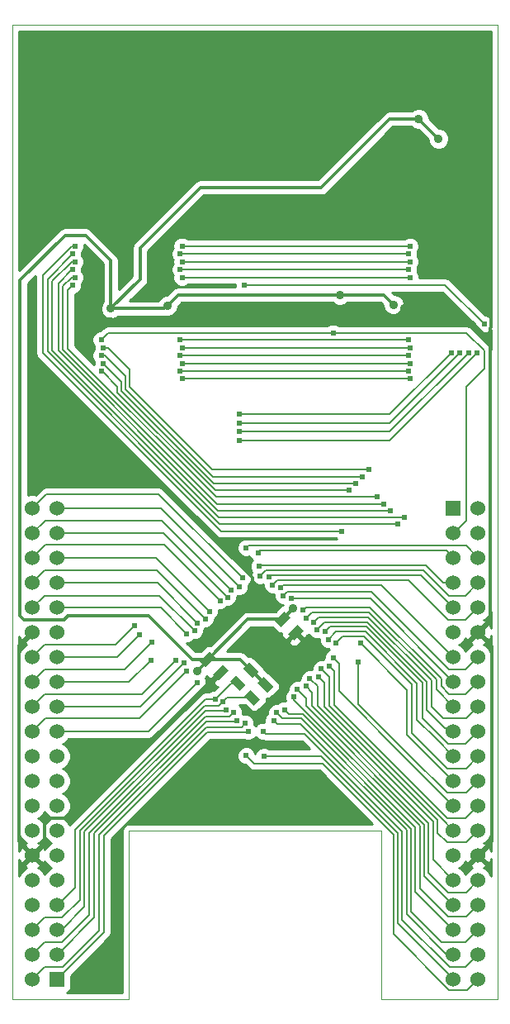
<source format=gbl>
G04 (created by PCBNEW (25-Oct-2014 BZR 4029)-stable) date Fri 12 Jun 2015 01:26:50 JST*
%MOIN*%
G04 Gerber Fmt 3.4, Leading zero omitted, Abs format*
%FSLAX34Y34*%
G01*
G70*
G90*
G04 APERTURE LIST*
%ADD10C,0.00590551*%
%ADD11C,0.00393701*%
%ADD12R,0.06X0.06*%
%ADD13C,0.06*%
%ADD14C,0.035*%
%ADD15C,0.0240157*%
%ADD16C,0.0137795*%
%ADD17C,0.0080315*%
%ADD18C,0.0393701*%
%ADD19C,0.01*%
G04 APERTURE END LIST*
G54D10*
G54D11*
X30600Y-11700D02*
X50200Y-11700D01*
X30600Y-51000D02*
X35300Y-51000D01*
X45500Y-51000D02*
X50200Y-51000D01*
X35300Y-44200D02*
X45500Y-44200D01*
X35300Y-44200D02*
X35300Y-51000D01*
X45500Y-44200D02*
X45500Y-51000D01*
X30600Y-51000D02*
X30600Y-11700D01*
X50200Y-51000D02*
X50200Y-11700D01*
G54D12*
X48400Y-31200D03*
G54D13*
X49400Y-31200D03*
X48400Y-36200D03*
X49400Y-32200D03*
X48400Y-37200D03*
X49400Y-33200D03*
X48400Y-38200D03*
X49400Y-34200D03*
X48400Y-39200D03*
X49400Y-35200D03*
X48400Y-40200D03*
X49400Y-36200D03*
X48400Y-41200D03*
X49400Y-37200D03*
X48400Y-42200D03*
X49400Y-38200D03*
X48400Y-43200D03*
X49400Y-39200D03*
X48400Y-44200D03*
X49400Y-40200D03*
X48400Y-45200D03*
X49400Y-41200D03*
X48400Y-46200D03*
X49400Y-42200D03*
X49400Y-43200D03*
X48400Y-47200D03*
X49400Y-44200D03*
X49400Y-46200D03*
X49400Y-47200D03*
X49400Y-48200D03*
X49400Y-49200D03*
X48400Y-48200D03*
X48400Y-49200D03*
X48400Y-32200D03*
X48400Y-33200D03*
X48400Y-34200D03*
X48400Y-35200D03*
X48400Y-50200D03*
X49400Y-50200D03*
X49400Y-45200D03*
G54D12*
X32400Y-50200D03*
G54D13*
X31400Y-50200D03*
X32400Y-45200D03*
X31400Y-49200D03*
X32400Y-44200D03*
X31400Y-48200D03*
X32400Y-43200D03*
X31400Y-47200D03*
X32400Y-42200D03*
X31400Y-46200D03*
X32400Y-41200D03*
X31400Y-45200D03*
X32400Y-40200D03*
X31400Y-44200D03*
X32400Y-39200D03*
X31400Y-43200D03*
X32400Y-38200D03*
X31400Y-42200D03*
X32400Y-37200D03*
X31400Y-41200D03*
X32400Y-36200D03*
X31400Y-40200D03*
X32400Y-35200D03*
X31400Y-39200D03*
X31400Y-38200D03*
X32400Y-34200D03*
X31400Y-37200D03*
X31400Y-35200D03*
X31400Y-34200D03*
X31400Y-33200D03*
X31400Y-32200D03*
X32400Y-33200D03*
X32400Y-32200D03*
X32400Y-49200D03*
X32400Y-48200D03*
X32400Y-47200D03*
X32400Y-46200D03*
X32400Y-31200D03*
X31400Y-31200D03*
X31400Y-36200D03*
G54D10*
G36*
X38156Y-37364D02*
X38545Y-36975D01*
X38793Y-37223D01*
X38404Y-37612D01*
X38156Y-37364D01*
X38156Y-37364D01*
G37*
G36*
X38687Y-37894D02*
X39076Y-37506D01*
X39323Y-37753D01*
X38934Y-38142D01*
X38687Y-37894D01*
X38687Y-37894D01*
G37*
G36*
X41188Y-35750D02*
X41577Y-35361D01*
X41824Y-35609D01*
X41435Y-35997D01*
X41188Y-35750D01*
X41188Y-35750D01*
G37*
G36*
X41718Y-36280D02*
X42107Y-35891D01*
X42355Y-36139D01*
X41966Y-36528D01*
X41718Y-36280D01*
X41718Y-36280D01*
G37*
G36*
X40155Y-37408D02*
X40543Y-37797D01*
X40296Y-38045D01*
X39907Y-37656D01*
X40155Y-37408D01*
X40155Y-37408D01*
G37*
G36*
X39624Y-37939D02*
X40013Y-38328D01*
X39766Y-38575D01*
X39377Y-38186D01*
X39624Y-37939D01*
X39624Y-37939D01*
G37*
G36*
X40745Y-37999D02*
X41134Y-38388D01*
X40887Y-38635D01*
X40498Y-38246D01*
X40745Y-37999D01*
X40745Y-37999D01*
G37*
G36*
X40215Y-38529D02*
X40604Y-38918D01*
X40356Y-39166D01*
X39967Y-38777D01*
X40215Y-38529D01*
X40215Y-38529D01*
G37*
G54D14*
X45984Y-22992D03*
X43818Y-22598D03*
X36850Y-23031D03*
X34566Y-23149D03*
X41929Y-35236D03*
X47000Y-15500D03*
X47800Y-16300D03*
X38070Y-37755D03*
G54D15*
X35511Y-35944D03*
X39212Y-39330D03*
X39527Y-39448D03*
X37519Y-37440D03*
X37637Y-37755D03*
X38779Y-38897D03*
X40118Y-40196D03*
X40000Y-39881D03*
X39645Y-39763D03*
X36220Y-36614D03*
X39094Y-39015D03*
X35708Y-36299D03*
X46653Y-25984D03*
X37440Y-25984D03*
X41141Y-39763D03*
X46653Y-20629D03*
X37440Y-20629D03*
X43385Y-37559D03*
X46141Y-31850D03*
X33031Y-20944D03*
X43543Y-37244D03*
X33110Y-21259D03*
X46417Y-31574D03*
X44566Y-37401D03*
X33031Y-21574D03*
X45866Y-31299D03*
X44645Y-36653D03*
X45590Y-31023D03*
X33110Y-21889D03*
X43661Y-36653D03*
X45314Y-30748D03*
X33031Y-22204D03*
X43346Y-36496D03*
X45000Y-29645D03*
X34251Y-24724D03*
X43228Y-36181D03*
X44724Y-29921D03*
X34173Y-25039D03*
X42874Y-36102D03*
X44448Y-30196D03*
X34251Y-25354D03*
X42755Y-35787D03*
X44173Y-30472D03*
X34173Y-25669D03*
X42440Y-35629D03*
X46574Y-25669D03*
X37362Y-25669D03*
X41259Y-39448D03*
X33110Y-20629D03*
X43897Y-32125D03*
X42322Y-35314D03*
X41850Y-34842D03*
X41535Y-34724D03*
X41417Y-34409D03*
X41574Y-39330D03*
X37440Y-25354D03*
X46653Y-25354D03*
X41968Y-38818D03*
X46574Y-25039D03*
X37362Y-25039D03*
X42086Y-38503D03*
X37440Y-24724D03*
X46653Y-24724D03*
X46653Y-21889D03*
X37440Y-21889D03*
X42440Y-38385D03*
X37362Y-21574D03*
X42598Y-38070D03*
X46574Y-21574D03*
X46653Y-21259D03*
X37440Y-21259D03*
X42952Y-37992D03*
X46574Y-20944D03*
X37362Y-20944D03*
X43070Y-37677D03*
X38070Y-38228D03*
X37637Y-36259D03*
X37952Y-36141D03*
X40511Y-32992D03*
X49015Y-24921D03*
X39763Y-28110D03*
X49370Y-24921D03*
X39763Y-28464D03*
X40039Y-32795D03*
X40551Y-33543D03*
X40590Y-33937D03*
X40944Y-33976D03*
X41102Y-34291D03*
X38070Y-35826D03*
X38385Y-35669D03*
X38543Y-35354D03*
X38976Y-34921D03*
X39291Y-34803D03*
X39409Y-34488D03*
X48307Y-24921D03*
X39763Y-27401D03*
X39763Y-34370D03*
X48661Y-24921D03*
X39763Y-27755D03*
X39881Y-34015D03*
X37204Y-37322D03*
X40708Y-40196D03*
X40748Y-41220D03*
X40039Y-41181D03*
X36181Y-37322D03*
X46574Y-24409D03*
X37362Y-24409D03*
X49645Y-23779D03*
X39960Y-22204D03*
X43543Y-24133D03*
X34173Y-24409D03*
G54D14*
X39350Y-35728D03*
X32480Y-29212D03*
X34566Y-41811D03*
X43346Y-42952D03*
X37165Y-42913D03*
X46417Y-23149D03*
X42125Y-23503D03*
X38661Y-23149D03*
X34566Y-23661D03*
X49045Y-18769D03*
X46200Y-16456D03*
X41259Y-36988D03*
X38543Y-38188D03*
G54D16*
X35748Y-21968D02*
X35748Y-20708D01*
X45838Y-15500D02*
X47000Y-15500D01*
X43070Y-18267D02*
X45838Y-15500D01*
X38188Y-18267D02*
X43070Y-18267D01*
X35748Y-20708D02*
X38188Y-18267D01*
X43818Y-22598D02*
X37283Y-22598D01*
X37283Y-22598D02*
X36850Y-23031D01*
X34566Y-23149D02*
X36732Y-23149D01*
X36732Y-23149D02*
X36850Y-23031D01*
X34566Y-23149D02*
X34566Y-21220D01*
X32716Y-20196D02*
X30905Y-22007D01*
X33543Y-20196D02*
X32716Y-20196D01*
X34566Y-21220D02*
X33543Y-20196D01*
X45590Y-22598D02*
X43818Y-22598D01*
X45984Y-22992D02*
X45590Y-22598D01*
X35748Y-21968D02*
X34566Y-23149D01*
X38474Y-37293D02*
X37845Y-37293D01*
X37845Y-37293D02*
X36102Y-35551D01*
X36102Y-35551D02*
X32834Y-35551D01*
X32834Y-35551D02*
X32677Y-35708D01*
X32677Y-35708D02*
X31062Y-35708D01*
X31062Y-35708D02*
X30905Y-35551D01*
X30905Y-35551D02*
X30905Y-22007D01*
X38474Y-37293D02*
X39792Y-37293D01*
X39792Y-37293D02*
X40225Y-37726D01*
X41506Y-35679D02*
X40089Y-35679D01*
X40089Y-35679D02*
X38474Y-37293D01*
X40816Y-38317D02*
X40225Y-37726D01*
X41506Y-35679D02*
X41506Y-35658D01*
X41506Y-35658D02*
X41929Y-35236D01*
X38474Y-37293D02*
X38474Y-37351D01*
X38474Y-37351D02*
X38070Y-37755D01*
X47000Y-15500D02*
X47800Y-16300D01*
G54D17*
X35511Y-35944D02*
X34759Y-36696D01*
X34759Y-36696D02*
X31903Y-36696D01*
X31903Y-36696D02*
X31400Y-37200D01*
X32583Y-48200D02*
X32400Y-48200D01*
X33503Y-47279D02*
X32583Y-48200D01*
X33503Y-44251D02*
X33503Y-47279D01*
X38385Y-39370D02*
X33503Y-44251D01*
X39173Y-39370D02*
X38385Y-39370D01*
X39212Y-39330D02*
X39173Y-39370D01*
X31889Y-48710D02*
X31400Y-49200D01*
X32588Y-48710D02*
X31889Y-48710D01*
X33700Y-47598D02*
X32588Y-48710D01*
X33700Y-44287D02*
X33700Y-47598D01*
X38381Y-39606D02*
X33700Y-44287D01*
X39370Y-39606D02*
X38381Y-39606D01*
X39527Y-39448D02*
X39370Y-39606D01*
X35760Y-39200D02*
X32400Y-39200D01*
X37519Y-37440D02*
X35760Y-39200D01*
X37637Y-37755D02*
X35708Y-39685D01*
X35708Y-39685D02*
X31914Y-39685D01*
X31914Y-39685D02*
X31400Y-40200D01*
X39695Y-38257D02*
X39419Y-38257D01*
X39419Y-38257D02*
X38779Y-38897D01*
X32406Y-47200D02*
X32400Y-47200D01*
X33110Y-46496D02*
X32406Y-47200D01*
X33110Y-44181D02*
X33110Y-46496D01*
X38393Y-38897D02*
X33110Y-44181D01*
X38779Y-38897D02*
X38393Y-38897D01*
X34291Y-48308D02*
X32400Y-50200D01*
X34291Y-44409D02*
X34291Y-48308D01*
X38464Y-40236D02*
X34291Y-44409D01*
X40078Y-40236D02*
X38464Y-40236D01*
X40118Y-40196D02*
X40078Y-40236D01*
X31895Y-49704D02*
X31400Y-50200D01*
X32618Y-49704D02*
X31895Y-49704D01*
X34094Y-48228D02*
X32618Y-49704D01*
X34094Y-44370D02*
X34094Y-48228D01*
X38425Y-40039D02*
X34094Y-44370D01*
X39842Y-40039D02*
X38425Y-40039D01*
X40000Y-39881D02*
X39842Y-40039D01*
X32414Y-49200D02*
X32400Y-49200D01*
X33897Y-47716D02*
X32414Y-49200D01*
X33897Y-44320D02*
X33897Y-47716D01*
X38415Y-39803D02*
X33897Y-44320D01*
X39606Y-39803D02*
X38415Y-39803D01*
X39645Y-39763D02*
X39606Y-39803D01*
X31883Y-37716D02*
X31400Y-38200D01*
X35118Y-37716D02*
X31883Y-37716D01*
X36220Y-36614D02*
X35118Y-37716D01*
X40286Y-38847D02*
X39262Y-38847D01*
X39262Y-38847D02*
X39094Y-39015D01*
X31883Y-47716D02*
X31400Y-48200D01*
X32594Y-47716D02*
X31883Y-47716D01*
X33307Y-47003D02*
X32594Y-47716D01*
X33307Y-44220D02*
X33307Y-47003D01*
X38354Y-39173D02*
X33307Y-44220D01*
X38937Y-39173D02*
X38354Y-39173D01*
X39094Y-39015D02*
X38937Y-39173D01*
X32400Y-37200D02*
X34807Y-37200D01*
X34807Y-37200D02*
X35708Y-36299D01*
X37440Y-25984D02*
X46653Y-25984D01*
X48137Y-49200D02*
X48400Y-49200D01*
X46515Y-47578D02*
X48137Y-49200D01*
X46515Y-44183D02*
X46515Y-47578D01*
X42234Y-39901D02*
X46515Y-44183D01*
X41279Y-39901D02*
X42234Y-39901D01*
X41141Y-39763D02*
X41279Y-39901D01*
X37440Y-20629D02*
X46653Y-20629D01*
X43385Y-37559D02*
X43582Y-37755D01*
X43582Y-37755D02*
X43582Y-39133D01*
X43582Y-39133D02*
X48149Y-43700D01*
X48149Y-43700D02*
X48899Y-43700D01*
X48899Y-43700D02*
X49400Y-43200D01*
X38967Y-31850D02*
X38361Y-31244D01*
X38361Y-31235D02*
X38361Y-31244D01*
X46141Y-31850D02*
X38967Y-31850D01*
X32007Y-21968D02*
X32007Y-24881D01*
X33031Y-20944D02*
X32007Y-21968D01*
X32007Y-24881D02*
X38361Y-31235D01*
X46538Y-41338D02*
X48400Y-43200D01*
X46535Y-41338D02*
X46538Y-41338D01*
X43779Y-38582D02*
X46535Y-41338D01*
X43779Y-37480D02*
X43779Y-38582D01*
X43543Y-37244D02*
X43779Y-37480D01*
X46417Y-31574D02*
X38937Y-31574D01*
X38937Y-31574D02*
X32204Y-24842D01*
X33110Y-21259D02*
X32992Y-21259D01*
X32992Y-21259D02*
X32204Y-22047D01*
X32204Y-22047D02*
X32204Y-24842D01*
X48922Y-42677D02*
X49400Y-42200D01*
X44566Y-37401D02*
X44566Y-39103D01*
X44566Y-39103D02*
X46624Y-41161D01*
X46624Y-41161D02*
X46633Y-41161D01*
X46633Y-41161D02*
X48149Y-42677D01*
X48149Y-42677D02*
X48922Y-42677D01*
X48400Y-42200D02*
X48384Y-42200D01*
X48384Y-42200D02*
X46525Y-40341D01*
X45866Y-31299D02*
X38888Y-31299D01*
X37987Y-30398D02*
X37987Y-30389D01*
X38888Y-31299D02*
X37987Y-30398D01*
X33031Y-21574D02*
X32992Y-21574D01*
X32440Y-22125D02*
X32440Y-24842D01*
X32992Y-21574D02*
X32440Y-22125D01*
X32440Y-24842D02*
X37987Y-30389D01*
X46525Y-38533D02*
X46525Y-40341D01*
X44645Y-36653D02*
X46525Y-38533D01*
X45590Y-31023D02*
X38849Y-31023D01*
X32637Y-24803D02*
X38499Y-30664D01*
X32637Y-22244D02*
X32637Y-24803D01*
X32992Y-21889D02*
X32637Y-22244D01*
X33110Y-21889D02*
X32992Y-21889D01*
X38499Y-30673D02*
X38499Y-30664D01*
X38849Y-31023D02*
X38499Y-30673D01*
X48907Y-41692D02*
X49400Y-41200D01*
X48149Y-41692D02*
X48907Y-41692D01*
X46732Y-40275D02*
X48149Y-41692D01*
X46732Y-38307D02*
X46732Y-40275D01*
X44803Y-36377D02*
X46732Y-38307D01*
X43937Y-36377D02*
X44803Y-36377D01*
X43661Y-36653D02*
X43937Y-36377D01*
X45314Y-30748D02*
X38818Y-30748D01*
X38818Y-30748D02*
X32834Y-24763D01*
X32834Y-22401D02*
X32834Y-24763D01*
X33031Y-22204D02*
X32834Y-22401D01*
X47711Y-40511D02*
X48400Y-41200D01*
X47716Y-40511D02*
X47711Y-40511D01*
X46938Y-39734D02*
X47716Y-40511D01*
X46938Y-38277D02*
X46938Y-39734D01*
X44842Y-36181D02*
X46938Y-38277D01*
X43661Y-36181D02*
X44842Y-36181D01*
X43346Y-36496D02*
X43661Y-36181D01*
X34251Y-24724D02*
X34448Y-24724D01*
X38661Y-29645D02*
X45000Y-29645D01*
X35330Y-26314D02*
X38661Y-29645D01*
X35330Y-25605D02*
X35330Y-26314D01*
X34448Y-24724D02*
X35330Y-25605D01*
X48891Y-40708D02*
X49400Y-40200D01*
X48188Y-40708D02*
X48891Y-40708D01*
X47145Y-39665D02*
X48188Y-40708D01*
X47145Y-38248D02*
X47145Y-39665D01*
X44881Y-35984D02*
X47145Y-38248D01*
X43425Y-35984D02*
X44881Y-35984D01*
X43228Y-36181D02*
X43425Y-35984D01*
X34173Y-25039D02*
X34330Y-25039D01*
X38700Y-29921D02*
X44724Y-29921D01*
X35168Y-26388D02*
X38700Y-29921D01*
X35168Y-25876D02*
X35168Y-26388D01*
X34330Y-25039D02*
X35168Y-25876D01*
X48278Y-40078D02*
X48400Y-40200D01*
X48070Y-40078D02*
X48278Y-40078D01*
X47322Y-39330D02*
X48070Y-40078D01*
X47322Y-38188D02*
X47322Y-39330D01*
X44921Y-35787D02*
X47322Y-38188D01*
X43188Y-35787D02*
X44921Y-35787D01*
X42874Y-36102D02*
X43188Y-35787D01*
X34251Y-25354D02*
X35000Y-26102D01*
X38731Y-30196D02*
X44448Y-30196D01*
X35000Y-26465D02*
X38731Y-30196D01*
X35000Y-26102D02*
X35000Y-26465D01*
X48914Y-39685D02*
X49400Y-39200D01*
X47992Y-39685D02*
X48914Y-39685D01*
X47519Y-39212D02*
X47992Y-39685D01*
X47519Y-38149D02*
X47519Y-39212D01*
X44960Y-35590D02*
X47519Y-38149D01*
X42952Y-35590D02*
X44960Y-35590D01*
X42755Y-35787D02*
X42952Y-35590D01*
X34173Y-25669D02*
X34212Y-25669D01*
X34839Y-26296D02*
X34839Y-26532D01*
X34212Y-25669D02*
X34839Y-26296D01*
X38779Y-30472D02*
X44173Y-30472D01*
X34839Y-26532D02*
X38779Y-30472D01*
X47716Y-38110D02*
X47716Y-38516D01*
X45000Y-35393D02*
X47716Y-38110D01*
X42677Y-35393D02*
X45000Y-35393D01*
X42440Y-35629D02*
X42677Y-35393D01*
X47716Y-38516D02*
X48400Y-39200D01*
X37362Y-25669D02*
X46574Y-25669D01*
X48899Y-48700D02*
X49400Y-48200D01*
X41259Y-39448D02*
X41496Y-39685D01*
X41496Y-39685D02*
X42253Y-39685D01*
X42253Y-39685D02*
X46692Y-44124D01*
X46692Y-44124D02*
X46692Y-47480D01*
X46692Y-47480D02*
X47913Y-48700D01*
X47913Y-48700D02*
X48899Y-48700D01*
X43897Y-32125D02*
X39015Y-32125D01*
X39015Y-32125D02*
X31811Y-24921D01*
X33110Y-20629D02*
X32992Y-20629D01*
X32992Y-20629D02*
X31811Y-21811D01*
X31811Y-21811D02*
X31811Y-24921D01*
X48899Y-38700D02*
X49400Y-38200D01*
X48228Y-38700D02*
X48899Y-38700D01*
X47913Y-38385D02*
X48228Y-38700D01*
X47913Y-38070D02*
X47913Y-38385D01*
X45039Y-35196D02*
X47913Y-38070D01*
X42440Y-35196D02*
X45039Y-35196D01*
X42322Y-35314D02*
X42440Y-35196D01*
X41850Y-34842D02*
X45042Y-34842D01*
X45042Y-34842D02*
X48400Y-38200D01*
X48883Y-37716D02*
X49400Y-37200D01*
X48228Y-37716D02*
X48883Y-37716D01*
X45098Y-34586D02*
X48228Y-37716D01*
X41673Y-34586D02*
X45098Y-34586D01*
X41535Y-34724D02*
X41673Y-34586D01*
X41535Y-34291D02*
X45491Y-34291D01*
X45491Y-34291D02*
X48400Y-37200D01*
X41417Y-34409D02*
X41535Y-34291D01*
X46870Y-44064D02*
X42312Y-39507D01*
X41574Y-39330D02*
X41751Y-39507D01*
X41751Y-39507D02*
X42312Y-39507D01*
X48400Y-48200D02*
X48396Y-48200D01*
X46870Y-46673D02*
X48396Y-48200D01*
X46870Y-44064D02*
X46870Y-46673D01*
X37440Y-25354D02*
X46653Y-25354D01*
X41968Y-38818D02*
X41968Y-38937D01*
X41968Y-38937D02*
X42362Y-39330D01*
X47047Y-46535D02*
X47047Y-44006D01*
X47047Y-44006D02*
X42371Y-39330D01*
X42371Y-39330D02*
X42362Y-39330D01*
X49400Y-47200D02*
X48922Y-47677D01*
X48188Y-47677D02*
X48922Y-47677D01*
X47047Y-46535D02*
X48188Y-47677D01*
X37362Y-25039D02*
X46574Y-25039D01*
X47224Y-43956D02*
X42440Y-39173D01*
X42440Y-39173D02*
X42440Y-38858D01*
X42440Y-38858D02*
X42086Y-38503D01*
X47224Y-43956D02*
X47224Y-46024D01*
X47224Y-46024D02*
X48400Y-47200D01*
X37440Y-24724D02*
X46653Y-24724D01*
X37440Y-21889D02*
X46653Y-21889D01*
X42677Y-38622D02*
X42677Y-39173D01*
X42677Y-39173D02*
X47401Y-43897D01*
X48907Y-46692D02*
X49400Y-46200D01*
X48188Y-46692D02*
X48907Y-46692D01*
X47401Y-45905D02*
X48188Y-46692D01*
X47401Y-43897D02*
X47401Y-45905D01*
X42440Y-38385D02*
X42677Y-38622D01*
X42913Y-38385D02*
X42913Y-39173D01*
X42913Y-39173D02*
X47578Y-43838D01*
X42598Y-38070D02*
X42913Y-38385D01*
X47578Y-43838D02*
X47578Y-45378D01*
X47578Y-45378D02*
X48400Y-46200D01*
X37362Y-21574D02*
X46574Y-21574D01*
X37440Y-21259D02*
X46653Y-21259D01*
X43188Y-38228D02*
X43188Y-39212D01*
X48149Y-44685D02*
X48914Y-44685D01*
X48914Y-44685D02*
X49400Y-44200D01*
X47755Y-44291D02*
X48149Y-44685D01*
X47755Y-43779D02*
X47755Y-44291D01*
X42952Y-37992D02*
X43188Y-38228D01*
X43188Y-39212D02*
X47755Y-43779D01*
X37362Y-20944D02*
X46574Y-20944D01*
X43070Y-37677D02*
X43385Y-37992D01*
X43385Y-37992D02*
X43385Y-39173D01*
X43385Y-39173D02*
X47952Y-43740D01*
X47952Y-43740D02*
X47952Y-43752D01*
X47952Y-43752D02*
X48400Y-44200D01*
X32400Y-40200D02*
X36099Y-40200D01*
X36099Y-40200D02*
X38070Y-38228D01*
X32400Y-35200D02*
X36577Y-35200D01*
X36577Y-35200D02*
X37637Y-36259D01*
X37952Y-36141D02*
X36535Y-34724D01*
X36535Y-34724D02*
X31875Y-34724D01*
X31875Y-34724D02*
X31400Y-35200D01*
X40590Y-32913D02*
X40826Y-32913D01*
X40511Y-32992D02*
X40590Y-32913D01*
X39763Y-28110D02*
X45826Y-28110D01*
X45826Y-28110D02*
X49015Y-24921D01*
X48400Y-33200D02*
X48396Y-33200D01*
X48110Y-32913D02*
X40826Y-32913D01*
X48396Y-33200D02*
X48110Y-32913D01*
X49370Y-24921D02*
X45826Y-28464D01*
X45826Y-28464D02*
X39763Y-28464D01*
X49400Y-33200D02*
X48916Y-32716D01*
X40118Y-32716D02*
X40039Y-32795D01*
X48916Y-32716D02*
X40118Y-32716D01*
X40551Y-33543D02*
X40590Y-33503D01*
X40590Y-33503D02*
X47283Y-33503D01*
X47283Y-33503D02*
X47979Y-34200D01*
X47979Y-34200D02*
X48400Y-34200D01*
X48875Y-34724D02*
X49400Y-34200D01*
X48228Y-34724D02*
X48875Y-34724D01*
X47204Y-33700D02*
X48228Y-34724D01*
X40826Y-33700D02*
X47204Y-33700D01*
X40590Y-33937D02*
X40826Y-33700D01*
X48388Y-35200D02*
X48400Y-35200D01*
X47086Y-33897D02*
X48388Y-35200D01*
X41023Y-33897D02*
X47086Y-33897D01*
X40944Y-33976D02*
X41023Y-33897D01*
X48891Y-35708D02*
X49400Y-35200D01*
X48188Y-35708D02*
X48891Y-35708D01*
X46574Y-34094D02*
X48188Y-35708D01*
X41299Y-34094D02*
X46574Y-34094D01*
X41102Y-34291D02*
X41299Y-34094D01*
X38070Y-35826D02*
X36444Y-34200D01*
X36444Y-34200D02*
X32400Y-34200D01*
X31899Y-33700D02*
X31400Y-34200D01*
X36417Y-33700D02*
X31899Y-33700D01*
X38385Y-35669D02*
X36417Y-33700D01*
X36388Y-33200D02*
X32400Y-33200D01*
X38543Y-35354D02*
X36388Y-33200D01*
X36732Y-32677D02*
X31922Y-32677D01*
X38976Y-34921D02*
X36732Y-32677D01*
X31922Y-32677D02*
X31400Y-33200D01*
X39291Y-34803D02*
X36692Y-32204D01*
X32395Y-32204D02*
X32400Y-32200D01*
X36692Y-32204D02*
X32395Y-32204D01*
X39409Y-34488D02*
X36614Y-31692D01*
X36614Y-31692D02*
X31907Y-31692D01*
X31907Y-31692D02*
X31400Y-32200D01*
X39763Y-27401D02*
X45826Y-27401D01*
X48307Y-24921D02*
X45826Y-27401D01*
X36593Y-31200D02*
X32400Y-31200D01*
X39763Y-34370D02*
X36593Y-31200D01*
X39763Y-27755D02*
X45826Y-27755D01*
X45826Y-27755D02*
X48661Y-24921D01*
X31970Y-30629D02*
X31400Y-31200D01*
X36496Y-30629D02*
X31970Y-30629D01*
X39881Y-34015D02*
X36496Y-30629D01*
X31899Y-38700D02*
X31400Y-39200D01*
X35826Y-38700D02*
X31899Y-38700D01*
X37204Y-37322D02*
X35826Y-38700D01*
X48903Y-49696D02*
X49400Y-49200D01*
X48240Y-49696D02*
X48903Y-49696D01*
X46338Y-47795D02*
X48240Y-49696D01*
X46338Y-44251D02*
X46338Y-47795D01*
X42401Y-40314D02*
X46338Y-44251D01*
X40826Y-40314D02*
X42401Y-40314D01*
X40708Y-40196D02*
X40826Y-40314D01*
X48428Y-50200D02*
X48400Y-50200D01*
X46161Y-47933D02*
X48428Y-50200D01*
X46161Y-44311D02*
X46161Y-47933D01*
X43051Y-41200D02*
X46161Y-44311D01*
X40728Y-41200D02*
X43051Y-41200D01*
X40748Y-41220D02*
X40728Y-41200D01*
X48970Y-50629D02*
X49400Y-50200D01*
X48228Y-50629D02*
X48970Y-50629D01*
X45984Y-48385D02*
X48228Y-50629D01*
X45984Y-44370D02*
X45984Y-48385D01*
X43110Y-41496D02*
X45984Y-44370D01*
X40354Y-41496D02*
X43110Y-41496D01*
X40039Y-41181D02*
X40354Y-41496D01*
X35303Y-38200D02*
X32400Y-38200D01*
X36181Y-37322D02*
X35303Y-38200D01*
X46574Y-24409D02*
X37362Y-24409D01*
X48070Y-22204D02*
X49645Y-23779D01*
X39960Y-22204D02*
X48070Y-22204D01*
X48400Y-32200D02*
X48418Y-32200D01*
X49645Y-24842D02*
X49645Y-25574D01*
X48937Y-24133D02*
X49645Y-24842D01*
X43543Y-24133D02*
X48937Y-24133D01*
X48418Y-32200D02*
X48921Y-31696D01*
X48921Y-31696D02*
X48921Y-26299D01*
X48921Y-26299D02*
X49645Y-25574D01*
X34448Y-24133D02*
X43543Y-24133D01*
X34173Y-24409D02*
X34448Y-24133D01*
G54D16*
X35472Y-29212D02*
X32480Y-29212D01*
X40275Y-34015D02*
X35472Y-29212D01*
X40275Y-34803D02*
X40275Y-34015D01*
X40275Y-34803D02*
X39350Y-35728D01*
X37204Y-42952D02*
X43346Y-42952D01*
X37165Y-42913D02*
X37204Y-42952D01*
X49881Y-24488D02*
X49881Y-23937D01*
X49921Y-19645D02*
X49045Y-18769D01*
X49921Y-23897D02*
X49921Y-19645D01*
X49881Y-23937D02*
X49921Y-23897D01*
X49400Y-36200D02*
X49400Y-36190D01*
X49400Y-36190D02*
X49881Y-35708D01*
X49881Y-35708D02*
X49881Y-24488D01*
X49881Y-24488D02*
X49881Y-24448D01*
X46417Y-23149D02*
X48582Y-23149D01*
X48582Y-23149D02*
X49881Y-24448D01*
X46062Y-23503D02*
X42125Y-23503D01*
X46417Y-23149D02*
X46062Y-23503D01*
X41771Y-23149D02*
X38661Y-23149D01*
X42125Y-23503D02*
X41771Y-23149D01*
X38661Y-23149D02*
X38149Y-23661D01*
X38149Y-23661D02*
X34566Y-23661D01*
X32125Y-43700D02*
X32677Y-43700D01*
X35590Y-40787D02*
X35944Y-40787D01*
X32677Y-43700D02*
X34566Y-41811D01*
X34566Y-41811D02*
X35590Y-40787D01*
X31400Y-36200D02*
X31396Y-36200D01*
X49400Y-36200D02*
X49429Y-36200D01*
X49045Y-18769D02*
X47834Y-17559D01*
G54D18*
X46200Y-16456D02*
X46200Y-17559D01*
G54D16*
X47834Y-17559D02*
X46200Y-17559D01*
X42036Y-36210D02*
X42036Y-36211D01*
X42036Y-36211D02*
X41259Y-36988D01*
X31400Y-45200D02*
X31400Y-45179D01*
X30866Y-36733D02*
X31400Y-36200D01*
X30866Y-44645D02*
X30866Y-36733D01*
X31400Y-45179D02*
X30866Y-44645D01*
X31889Y-44710D02*
X31400Y-45200D01*
X31889Y-43937D02*
X31889Y-44710D01*
X32125Y-43700D02*
X31889Y-43937D01*
X38543Y-38188D02*
X35944Y-40787D01*
X49400Y-36200D02*
X49400Y-36211D01*
X49400Y-36211D02*
X49960Y-36771D01*
X49960Y-36771D02*
X49960Y-44639D01*
X49960Y-44639D02*
X49400Y-45200D01*
X38908Y-37824D02*
X39005Y-37824D01*
X38543Y-38188D02*
X38908Y-37824D01*
G54D10*
G36*
X31476Y-36205D02*
X31405Y-36276D01*
X31400Y-36270D01*
X31084Y-36585D01*
X31112Y-36681D01*
X31167Y-36700D01*
X31088Y-36733D01*
X30934Y-36888D01*
X30869Y-37042D01*
X30869Y-36369D01*
X30918Y-36487D01*
X31014Y-36515D01*
X31329Y-36200D01*
X31323Y-36194D01*
X31394Y-36123D01*
X31400Y-36129D01*
X31405Y-36123D01*
X31476Y-36194D01*
X31470Y-36200D01*
X31476Y-36205D01*
X31476Y-36205D01*
G37*
G54D19*
X31476Y-36205D02*
X31405Y-36276D01*
X31400Y-36270D01*
X31084Y-36585D01*
X31112Y-36681D01*
X31167Y-36700D01*
X31088Y-36733D01*
X30934Y-36888D01*
X30869Y-37042D01*
X30869Y-36369D01*
X30918Y-36487D01*
X31014Y-36515D01*
X31329Y-36200D01*
X31323Y-36194D01*
X31394Y-36123D01*
X31400Y-36129D01*
X31405Y-36123D01*
X31476Y-36194D01*
X31470Y-36200D01*
X31476Y-36205D01*
G54D10*
G36*
X32169Y-43699D02*
X32088Y-43733D01*
X31934Y-43888D01*
X31900Y-43969D01*
X31866Y-43888D01*
X31711Y-43734D01*
X31630Y-43700D01*
X31711Y-43666D01*
X31865Y-43511D01*
X31899Y-43430D01*
X31933Y-43511D01*
X32088Y-43665D01*
X32169Y-43699D01*
X32169Y-43699D01*
G37*
G54D19*
X32169Y-43699D02*
X32088Y-43733D01*
X31934Y-43888D01*
X31900Y-43969D01*
X31866Y-43888D01*
X31711Y-43734D01*
X31630Y-43700D01*
X31711Y-43666D01*
X31865Y-43511D01*
X31899Y-43430D01*
X31933Y-43511D01*
X32088Y-43665D01*
X32169Y-43699D01*
G54D10*
G36*
X32169Y-45699D02*
X32088Y-45733D01*
X31934Y-45888D01*
X31900Y-45969D01*
X31866Y-45888D01*
X31711Y-45734D01*
X31636Y-45702D01*
X31687Y-45681D01*
X31715Y-45585D01*
X31400Y-45270D01*
X31084Y-45585D01*
X31112Y-45681D01*
X31167Y-45700D01*
X31088Y-45733D01*
X30934Y-45888D01*
X30869Y-46042D01*
X30869Y-45369D01*
X30918Y-45487D01*
X31014Y-45515D01*
X31329Y-45200D01*
X31014Y-44884D01*
X30918Y-44912D01*
X30869Y-45049D01*
X30869Y-44356D01*
X30933Y-44511D01*
X31088Y-44665D01*
X31163Y-44697D01*
X31112Y-44718D01*
X31084Y-44814D01*
X31400Y-45129D01*
X31715Y-44814D01*
X31687Y-44718D01*
X31632Y-44699D01*
X31711Y-44666D01*
X31865Y-44511D01*
X31899Y-44430D01*
X31933Y-44511D01*
X32088Y-44665D01*
X32169Y-44699D01*
X32088Y-44733D01*
X31934Y-44888D01*
X31902Y-44963D01*
X31881Y-44912D01*
X31785Y-44884D01*
X31470Y-45200D01*
X31785Y-45515D01*
X31881Y-45487D01*
X31900Y-45432D01*
X31933Y-45511D01*
X32088Y-45665D01*
X32169Y-45699D01*
X32169Y-45699D01*
G37*
G54D19*
X32169Y-45699D02*
X32088Y-45733D01*
X31934Y-45888D01*
X31900Y-45969D01*
X31866Y-45888D01*
X31711Y-45734D01*
X31636Y-45702D01*
X31687Y-45681D01*
X31715Y-45585D01*
X31400Y-45270D01*
X31084Y-45585D01*
X31112Y-45681D01*
X31167Y-45700D01*
X31088Y-45733D01*
X30934Y-45888D01*
X30869Y-46042D01*
X30869Y-45369D01*
X30918Y-45487D01*
X31014Y-45515D01*
X31329Y-45200D01*
X31014Y-44884D01*
X30918Y-44912D01*
X30869Y-45049D01*
X30869Y-44356D01*
X30933Y-44511D01*
X31088Y-44665D01*
X31163Y-44697D01*
X31112Y-44718D01*
X31084Y-44814D01*
X31400Y-45129D01*
X31715Y-44814D01*
X31687Y-44718D01*
X31632Y-44699D01*
X31711Y-44666D01*
X31865Y-44511D01*
X31899Y-44430D01*
X31933Y-44511D01*
X32088Y-44665D01*
X32169Y-44699D01*
X32088Y-44733D01*
X31934Y-44888D01*
X31902Y-44963D01*
X31881Y-44912D01*
X31785Y-44884D01*
X31470Y-45200D01*
X31785Y-45515D01*
X31881Y-45487D01*
X31900Y-45432D01*
X31933Y-45511D01*
X32088Y-45665D01*
X32169Y-45699D01*
G54D10*
G36*
X39081Y-37829D02*
X39010Y-37900D01*
X39005Y-37894D01*
X38713Y-38186D01*
X38713Y-38275D01*
X38792Y-38354D01*
X38877Y-38389D01*
X38739Y-38527D01*
X38706Y-38527D01*
X38570Y-38583D01*
X38546Y-38607D01*
X38393Y-38607D01*
X38282Y-38629D01*
X38188Y-38692D01*
X32905Y-43975D01*
X32903Y-43978D01*
X32866Y-43888D01*
X32711Y-43734D01*
X32630Y-43700D01*
X32711Y-43666D01*
X32865Y-43511D01*
X32949Y-43309D01*
X32950Y-43091D01*
X32866Y-42888D01*
X32711Y-42734D01*
X32630Y-42700D01*
X32711Y-42666D01*
X32865Y-42511D01*
X32949Y-42309D01*
X32950Y-42091D01*
X32866Y-41888D01*
X32711Y-41734D01*
X32630Y-41700D01*
X32711Y-41666D01*
X32865Y-41511D01*
X32949Y-41309D01*
X32950Y-41091D01*
X32866Y-40888D01*
X32711Y-40734D01*
X32630Y-40700D01*
X32711Y-40666D01*
X32865Y-40511D01*
X32875Y-40490D01*
X36099Y-40490D01*
X36210Y-40468D01*
X36210Y-40468D01*
X36304Y-40405D01*
X38111Y-38598D01*
X38144Y-38598D01*
X38280Y-38542D01*
X38384Y-38438D01*
X38440Y-38302D01*
X38441Y-38155D01*
X38391Y-38036D01*
X38430Y-37996D01*
X38444Y-37963D01*
X38475Y-38036D01*
X38554Y-38115D01*
X38642Y-38115D01*
X38934Y-37824D01*
X38929Y-37818D01*
X38999Y-37747D01*
X39005Y-37753D01*
X39010Y-37747D01*
X39081Y-37818D01*
X39076Y-37824D01*
X39081Y-37829D01*
X39081Y-37829D01*
G37*
G54D19*
X39081Y-37829D02*
X39010Y-37900D01*
X39005Y-37894D01*
X38713Y-38186D01*
X38713Y-38275D01*
X38792Y-38354D01*
X38877Y-38389D01*
X38739Y-38527D01*
X38706Y-38527D01*
X38570Y-38583D01*
X38546Y-38607D01*
X38393Y-38607D01*
X38282Y-38629D01*
X38188Y-38692D01*
X32905Y-43975D01*
X32903Y-43978D01*
X32866Y-43888D01*
X32711Y-43734D01*
X32630Y-43700D01*
X32711Y-43666D01*
X32865Y-43511D01*
X32949Y-43309D01*
X32950Y-43091D01*
X32866Y-42888D01*
X32711Y-42734D01*
X32630Y-42700D01*
X32711Y-42666D01*
X32865Y-42511D01*
X32949Y-42309D01*
X32950Y-42091D01*
X32866Y-41888D01*
X32711Y-41734D01*
X32630Y-41700D01*
X32711Y-41666D01*
X32865Y-41511D01*
X32949Y-41309D01*
X32950Y-41091D01*
X32866Y-40888D01*
X32711Y-40734D01*
X32630Y-40700D01*
X32711Y-40666D01*
X32865Y-40511D01*
X32875Y-40490D01*
X36099Y-40490D01*
X36210Y-40468D01*
X36210Y-40468D01*
X36304Y-40405D01*
X38111Y-38598D01*
X38144Y-38598D01*
X38280Y-38542D01*
X38384Y-38438D01*
X38440Y-38302D01*
X38441Y-38155D01*
X38391Y-38036D01*
X38430Y-37996D01*
X38444Y-37963D01*
X38475Y-38036D01*
X38554Y-38115D01*
X38642Y-38115D01*
X38934Y-37824D01*
X38929Y-37818D01*
X38999Y-37747D01*
X39005Y-37753D01*
X39010Y-37747D01*
X39081Y-37818D01*
X39076Y-37824D01*
X39081Y-37829D01*
G54D10*
G36*
X41527Y-35094D02*
X41519Y-35114D01*
X41435Y-35149D01*
X41365Y-35219D01*
X41224Y-35360D01*
X40089Y-35360D01*
X39967Y-35385D01*
X39915Y-35419D01*
X39863Y-35454D01*
X38592Y-36725D01*
X38496Y-36725D01*
X38404Y-36763D01*
X38333Y-36833D01*
X38192Y-36974D01*
X37977Y-36974D01*
X37632Y-36629D01*
X37711Y-36629D01*
X37847Y-36573D01*
X37909Y-36511D01*
X38026Y-36511D01*
X38162Y-36455D01*
X38266Y-36351D01*
X38322Y-36215D01*
X38322Y-36098D01*
X38381Y-36039D01*
X38459Y-36039D01*
X38595Y-35983D01*
X38699Y-35879D01*
X38755Y-35743D01*
X38755Y-35665D01*
X38856Y-35564D01*
X38913Y-35428D01*
X38913Y-35291D01*
X39049Y-35291D01*
X39185Y-35235D01*
X39247Y-35173D01*
X39364Y-35173D01*
X39500Y-35117D01*
X39604Y-35013D01*
X39661Y-34877D01*
X39661Y-34759D01*
X39683Y-34737D01*
X39689Y-34740D01*
X39837Y-34740D01*
X39973Y-34683D01*
X40077Y-34579D01*
X40133Y-34444D01*
X40133Y-34296D01*
X40131Y-34289D01*
X40195Y-34225D01*
X40251Y-34089D01*
X40251Y-34086D01*
X40276Y-34146D01*
X40380Y-34250D01*
X40516Y-34307D01*
X40663Y-34307D01*
X40726Y-34281D01*
X40732Y-34287D01*
X40732Y-34364D01*
X40788Y-34500D01*
X40892Y-34604D01*
X41028Y-34661D01*
X41145Y-34661D01*
X41165Y-34680D01*
X41165Y-34797D01*
X41221Y-34933D01*
X41325Y-35037D01*
X41461Y-35094D01*
X41527Y-35094D01*
X41527Y-35094D01*
G37*
G54D19*
X41527Y-35094D02*
X41519Y-35114D01*
X41435Y-35149D01*
X41365Y-35219D01*
X41224Y-35360D01*
X40089Y-35360D01*
X39967Y-35385D01*
X39915Y-35419D01*
X39863Y-35454D01*
X38592Y-36725D01*
X38496Y-36725D01*
X38404Y-36763D01*
X38333Y-36833D01*
X38192Y-36974D01*
X37977Y-36974D01*
X37632Y-36629D01*
X37711Y-36629D01*
X37847Y-36573D01*
X37909Y-36511D01*
X38026Y-36511D01*
X38162Y-36455D01*
X38266Y-36351D01*
X38322Y-36215D01*
X38322Y-36098D01*
X38381Y-36039D01*
X38459Y-36039D01*
X38595Y-35983D01*
X38699Y-35879D01*
X38755Y-35743D01*
X38755Y-35665D01*
X38856Y-35564D01*
X38913Y-35428D01*
X38913Y-35291D01*
X39049Y-35291D01*
X39185Y-35235D01*
X39247Y-35173D01*
X39364Y-35173D01*
X39500Y-35117D01*
X39604Y-35013D01*
X39661Y-34877D01*
X39661Y-34759D01*
X39683Y-34737D01*
X39689Y-34740D01*
X39837Y-34740D01*
X39973Y-34683D01*
X40077Y-34579D01*
X40133Y-34444D01*
X40133Y-34296D01*
X40131Y-34289D01*
X40195Y-34225D01*
X40251Y-34089D01*
X40251Y-34086D01*
X40276Y-34146D01*
X40380Y-34250D01*
X40516Y-34307D01*
X40663Y-34307D01*
X40726Y-34281D01*
X40732Y-34287D01*
X40732Y-34364D01*
X40788Y-34500D01*
X40892Y-34604D01*
X41028Y-34661D01*
X41145Y-34661D01*
X41165Y-34680D01*
X41165Y-34797D01*
X41221Y-34933D01*
X41325Y-35037D01*
X41461Y-35094D01*
X41527Y-35094D01*
G54D10*
G36*
X43391Y-36906D02*
X43333Y-36930D01*
X43229Y-37034D01*
X43173Y-37170D01*
X43173Y-37248D01*
X43114Y-37307D01*
X42997Y-37307D01*
X42861Y-37363D01*
X42757Y-37467D01*
X42700Y-37603D01*
X42700Y-37712D01*
X42672Y-37700D01*
X42525Y-37700D01*
X42389Y-37756D01*
X42284Y-37860D01*
X42257Y-37926D01*
X42257Y-36590D01*
X42257Y-36501D01*
X42036Y-36280D01*
X41745Y-36572D01*
X41745Y-36660D01*
X41824Y-36740D01*
X41916Y-36778D01*
X42015Y-36778D01*
X42107Y-36740D01*
X42177Y-36670D01*
X42257Y-36590D01*
X42257Y-37926D01*
X42228Y-37996D01*
X42228Y-38075D01*
X42166Y-38136D01*
X42160Y-38133D01*
X42013Y-38133D01*
X41877Y-38190D01*
X41773Y-38294D01*
X41716Y-38430D01*
X41716Y-38547D01*
X41654Y-38608D01*
X41598Y-38744D01*
X41598Y-38892D01*
X41626Y-38960D01*
X41501Y-38960D01*
X41365Y-39016D01*
X41303Y-39078D01*
X41186Y-39078D01*
X41050Y-39134D01*
X40946Y-39238D01*
X40889Y-39374D01*
X40889Y-39492D01*
X40828Y-39553D01*
X40771Y-39689D01*
X40771Y-39826D01*
X40635Y-39826D01*
X40499Y-39882D01*
X40413Y-39968D01*
X40370Y-39925D01*
X40370Y-39808D01*
X40313Y-39672D01*
X40209Y-39568D01*
X40073Y-39511D01*
X39926Y-39511D01*
X39919Y-39514D01*
X39897Y-39492D01*
X39897Y-39375D01*
X39841Y-39239D01*
X39740Y-39137D01*
X39975Y-39137D01*
X40214Y-39377D01*
X40306Y-39415D01*
X40406Y-39416D01*
X40498Y-39378D01*
X40568Y-39307D01*
X40816Y-39060D01*
X40854Y-38968D01*
X40854Y-38885D01*
X40936Y-38885D01*
X41028Y-38847D01*
X41098Y-38777D01*
X41346Y-38530D01*
X41384Y-38438D01*
X41384Y-38338D01*
X41346Y-38246D01*
X41276Y-38176D01*
X40887Y-37787D01*
X40795Y-37749D01*
X40794Y-37749D01*
X40794Y-37748D01*
X40756Y-37656D01*
X40685Y-37585D01*
X40296Y-37196D01*
X40205Y-37158D01*
X40108Y-37158D01*
X40018Y-37068D01*
X39914Y-36999D01*
X39792Y-36974D01*
X39244Y-36974D01*
X40221Y-35998D01*
X41082Y-35998D01*
X41293Y-36209D01*
X41385Y-36247D01*
X41468Y-36247D01*
X41468Y-36330D01*
X41506Y-36422D01*
X41586Y-36501D01*
X41674Y-36501D01*
X41966Y-36210D01*
X41960Y-36204D01*
X42031Y-36133D01*
X42036Y-36139D01*
X42042Y-36133D01*
X42113Y-36204D01*
X42107Y-36210D01*
X42328Y-36431D01*
X42416Y-36431D01*
X42496Y-36351D01*
X42553Y-36294D01*
X42560Y-36311D01*
X42664Y-36415D01*
X42800Y-36472D01*
X42947Y-36472D01*
X42976Y-36460D01*
X42976Y-36569D01*
X43032Y-36705D01*
X43136Y-36809D01*
X43272Y-36866D01*
X43350Y-36866D01*
X43391Y-36906D01*
X43391Y-36906D01*
G37*
G54D19*
X43391Y-36906D02*
X43333Y-36930D01*
X43229Y-37034D01*
X43173Y-37170D01*
X43173Y-37248D01*
X43114Y-37307D01*
X42997Y-37307D01*
X42861Y-37363D01*
X42757Y-37467D01*
X42700Y-37603D01*
X42700Y-37712D01*
X42672Y-37700D01*
X42525Y-37700D01*
X42389Y-37756D01*
X42284Y-37860D01*
X42257Y-37926D01*
X42257Y-36590D01*
X42257Y-36501D01*
X42036Y-36280D01*
X41745Y-36572D01*
X41745Y-36660D01*
X41824Y-36740D01*
X41916Y-36778D01*
X42015Y-36778D01*
X42107Y-36740D01*
X42177Y-36670D01*
X42257Y-36590D01*
X42257Y-37926D01*
X42228Y-37996D01*
X42228Y-38075D01*
X42166Y-38136D01*
X42160Y-38133D01*
X42013Y-38133D01*
X41877Y-38190D01*
X41773Y-38294D01*
X41716Y-38430D01*
X41716Y-38547D01*
X41654Y-38608D01*
X41598Y-38744D01*
X41598Y-38892D01*
X41626Y-38960D01*
X41501Y-38960D01*
X41365Y-39016D01*
X41303Y-39078D01*
X41186Y-39078D01*
X41050Y-39134D01*
X40946Y-39238D01*
X40889Y-39374D01*
X40889Y-39492D01*
X40828Y-39553D01*
X40771Y-39689D01*
X40771Y-39826D01*
X40635Y-39826D01*
X40499Y-39882D01*
X40413Y-39968D01*
X40370Y-39925D01*
X40370Y-39808D01*
X40313Y-39672D01*
X40209Y-39568D01*
X40073Y-39511D01*
X39926Y-39511D01*
X39919Y-39514D01*
X39897Y-39492D01*
X39897Y-39375D01*
X39841Y-39239D01*
X39740Y-39137D01*
X39975Y-39137D01*
X40214Y-39377D01*
X40306Y-39415D01*
X40406Y-39416D01*
X40498Y-39378D01*
X40568Y-39307D01*
X40816Y-39060D01*
X40854Y-38968D01*
X40854Y-38885D01*
X40936Y-38885D01*
X41028Y-38847D01*
X41098Y-38777D01*
X41346Y-38530D01*
X41384Y-38438D01*
X41384Y-38338D01*
X41346Y-38246D01*
X41276Y-38176D01*
X40887Y-37787D01*
X40795Y-37749D01*
X40794Y-37749D01*
X40794Y-37748D01*
X40756Y-37656D01*
X40685Y-37585D01*
X40296Y-37196D01*
X40205Y-37158D01*
X40108Y-37158D01*
X40018Y-37068D01*
X39914Y-36999D01*
X39792Y-36974D01*
X39244Y-36974D01*
X40221Y-35998D01*
X41082Y-35998D01*
X41293Y-36209D01*
X41385Y-36247D01*
X41468Y-36247D01*
X41468Y-36330D01*
X41506Y-36422D01*
X41586Y-36501D01*
X41674Y-36501D01*
X41966Y-36210D01*
X41960Y-36204D01*
X42031Y-36133D01*
X42036Y-36139D01*
X42042Y-36133D01*
X42113Y-36204D01*
X42107Y-36210D01*
X42328Y-36431D01*
X42416Y-36431D01*
X42496Y-36351D01*
X42553Y-36294D01*
X42560Y-36311D01*
X42664Y-36415D01*
X42800Y-36472D01*
X42947Y-36472D01*
X42976Y-36460D01*
X42976Y-36569D01*
X43032Y-36705D01*
X43136Y-36809D01*
X43272Y-36866D01*
X43350Y-36866D01*
X43391Y-36906D01*
G54D10*
G36*
X43674Y-32426D02*
X40118Y-32426D01*
X40118Y-32426D01*
X40116Y-32426D01*
X40113Y-32425D01*
X39966Y-32425D01*
X39830Y-32481D01*
X39725Y-32585D01*
X39669Y-32721D01*
X39669Y-32868D01*
X39725Y-33004D01*
X39829Y-33108D01*
X39965Y-33165D01*
X40112Y-33165D01*
X40172Y-33140D01*
X40197Y-33201D01*
X40283Y-33287D01*
X40237Y-33333D01*
X40181Y-33469D01*
X40181Y-33616D01*
X40237Y-33752D01*
X40257Y-33773D01*
X40220Y-33863D01*
X40220Y-33866D01*
X40195Y-33806D01*
X40091Y-33702D01*
X39955Y-33645D01*
X39922Y-33645D01*
X36701Y-30424D01*
X36607Y-30361D01*
X36496Y-30339D01*
X31970Y-30339D01*
X31859Y-30361D01*
X31764Y-30424D01*
X31530Y-30658D01*
X31509Y-30650D01*
X31291Y-30649D01*
X31224Y-30677D01*
X31224Y-22139D01*
X31520Y-21843D01*
X31520Y-24921D01*
X31542Y-25032D01*
X31605Y-25126D01*
X38810Y-32331D01*
X38904Y-32394D01*
X38904Y-32394D01*
X39015Y-32416D01*
X43664Y-32416D01*
X43674Y-32426D01*
X43674Y-32426D01*
G37*
G54D19*
X43674Y-32426D02*
X40118Y-32426D01*
X40118Y-32426D01*
X40116Y-32426D01*
X40113Y-32425D01*
X39966Y-32425D01*
X39830Y-32481D01*
X39725Y-32585D01*
X39669Y-32721D01*
X39669Y-32868D01*
X39725Y-33004D01*
X39829Y-33108D01*
X39965Y-33165D01*
X40112Y-33165D01*
X40172Y-33140D01*
X40197Y-33201D01*
X40283Y-33287D01*
X40237Y-33333D01*
X40181Y-33469D01*
X40181Y-33616D01*
X40237Y-33752D01*
X40257Y-33773D01*
X40220Y-33863D01*
X40220Y-33866D01*
X40195Y-33806D01*
X40091Y-33702D01*
X39955Y-33645D01*
X39922Y-33645D01*
X36701Y-30424D01*
X36607Y-30361D01*
X36496Y-30339D01*
X31970Y-30339D01*
X31859Y-30361D01*
X31764Y-30424D01*
X31530Y-30658D01*
X31509Y-30650D01*
X31291Y-30649D01*
X31224Y-30677D01*
X31224Y-22139D01*
X31520Y-21843D01*
X31520Y-24921D01*
X31542Y-25032D01*
X31605Y-25126D01*
X38810Y-32331D01*
X38904Y-32394D01*
X38904Y-32394D01*
X39015Y-32416D01*
X43664Y-32416D01*
X43674Y-32426D01*
G54D10*
G36*
X45134Y-43930D02*
X35300Y-43930D01*
X35196Y-43950D01*
X35109Y-44009D01*
X35050Y-44096D01*
X35030Y-44200D01*
X35030Y-50730D01*
X32797Y-50730D01*
X32841Y-50712D01*
X32911Y-50641D01*
X32949Y-50549D01*
X32950Y-50450D01*
X32950Y-50060D01*
X34496Y-48513D01*
X34496Y-48513D01*
X34496Y-48513D01*
X34559Y-48419D01*
X34581Y-48308D01*
X34581Y-48308D01*
X34581Y-48308D01*
X34581Y-44529D01*
X38584Y-40526D01*
X39946Y-40526D01*
X40044Y-40566D01*
X40191Y-40566D01*
X40327Y-40510D01*
X40413Y-40424D01*
X40498Y-40510D01*
X40634Y-40566D01*
X40691Y-40566D01*
X40715Y-40583D01*
X40715Y-40583D01*
X40826Y-40605D01*
X42281Y-40605D01*
X42586Y-40910D01*
X40961Y-40910D01*
X40957Y-40906D01*
X40821Y-40850D01*
X40674Y-40850D01*
X40538Y-40906D01*
X40434Y-41010D01*
X40401Y-41089D01*
X40353Y-40971D01*
X40249Y-40867D01*
X40113Y-40811D01*
X39966Y-40810D01*
X39830Y-40867D01*
X39725Y-40971D01*
X39669Y-41107D01*
X39669Y-41254D01*
X39725Y-41390D01*
X39829Y-41494D01*
X39965Y-41551D01*
X39999Y-41551D01*
X40149Y-41701D01*
X40149Y-41701D01*
X40243Y-41764D01*
X40354Y-41786D01*
X40354Y-41786D01*
X40354Y-41786D01*
X42990Y-41786D01*
X45134Y-43930D01*
X45134Y-43930D01*
G37*
G54D19*
X45134Y-43930D02*
X35300Y-43930D01*
X35196Y-43950D01*
X35109Y-44009D01*
X35050Y-44096D01*
X35030Y-44200D01*
X35030Y-50730D01*
X32797Y-50730D01*
X32841Y-50712D01*
X32911Y-50641D01*
X32949Y-50549D01*
X32950Y-50450D01*
X32950Y-50060D01*
X34496Y-48513D01*
X34496Y-48513D01*
X34496Y-48513D01*
X34559Y-48419D01*
X34581Y-48308D01*
X34581Y-48308D01*
X34581Y-48308D01*
X34581Y-44529D01*
X38584Y-40526D01*
X39946Y-40526D01*
X40044Y-40566D01*
X40191Y-40566D01*
X40327Y-40510D01*
X40413Y-40424D01*
X40498Y-40510D01*
X40634Y-40566D01*
X40691Y-40566D01*
X40715Y-40583D01*
X40715Y-40583D01*
X40826Y-40605D01*
X42281Y-40605D01*
X42586Y-40910D01*
X40961Y-40910D01*
X40957Y-40906D01*
X40821Y-40850D01*
X40674Y-40850D01*
X40538Y-40906D01*
X40434Y-41010D01*
X40401Y-41089D01*
X40353Y-40971D01*
X40249Y-40867D01*
X40113Y-40811D01*
X39966Y-40810D01*
X39830Y-40867D01*
X39725Y-40971D01*
X39669Y-41107D01*
X39669Y-41254D01*
X39725Y-41390D01*
X39829Y-41494D01*
X39965Y-41551D01*
X39999Y-41551D01*
X40149Y-41701D01*
X40149Y-41701D01*
X40243Y-41764D01*
X40354Y-41786D01*
X40354Y-41786D01*
X40354Y-41786D01*
X42990Y-41786D01*
X45134Y-43930D01*
G54D10*
G36*
X49930Y-23540D02*
X49855Y-23465D01*
X49719Y-23409D01*
X49685Y-23409D01*
X48276Y-21999D01*
X48181Y-21936D01*
X48070Y-21914D01*
X47023Y-21914D01*
X47023Y-21816D01*
X46967Y-21680D01*
X46942Y-21655D01*
X46944Y-21648D01*
X46944Y-21501D01*
X46942Y-21494D01*
X46967Y-21469D01*
X47023Y-21333D01*
X47023Y-21186D01*
X46967Y-21050D01*
X46942Y-21025D01*
X46944Y-21018D01*
X46944Y-20871D01*
X46942Y-20864D01*
X46967Y-20839D01*
X47023Y-20703D01*
X47023Y-20556D01*
X46967Y-20420D01*
X46863Y-20316D01*
X46727Y-20259D01*
X46580Y-20259D01*
X46444Y-20316D01*
X46420Y-20339D01*
X37674Y-20339D01*
X37650Y-20316D01*
X37514Y-20259D01*
X37367Y-20259D01*
X37231Y-20316D01*
X37127Y-20420D01*
X37070Y-20555D01*
X37070Y-20703D01*
X37073Y-20710D01*
X37048Y-20734D01*
X36992Y-20870D01*
X36992Y-21018D01*
X37048Y-21154D01*
X37073Y-21179D01*
X37070Y-21185D01*
X37070Y-21333D01*
X37073Y-21339D01*
X37048Y-21364D01*
X36992Y-21500D01*
X36992Y-21648D01*
X37048Y-21784D01*
X37073Y-21809D01*
X37070Y-21815D01*
X37070Y-21963D01*
X37127Y-22099D01*
X37231Y-22203D01*
X37367Y-22259D01*
X37514Y-22259D01*
X37650Y-22203D01*
X37674Y-22179D01*
X39590Y-22179D01*
X39590Y-22278D01*
X39591Y-22279D01*
X37283Y-22279D01*
X37161Y-22303D01*
X37057Y-22372D01*
X36824Y-22606D01*
X36766Y-22606D01*
X36609Y-22670D01*
X36490Y-22790D01*
X36473Y-22830D01*
X35336Y-22830D01*
X35973Y-22193D01*
X35973Y-22193D01*
X36008Y-22142D01*
X36042Y-22090D01*
X36042Y-22090D01*
X36066Y-21968D01*
X36066Y-21968D01*
X36066Y-20840D01*
X38321Y-18586D01*
X43070Y-18586D01*
X43070Y-18586D01*
X43192Y-18562D01*
X43192Y-18562D01*
X43296Y-18493D01*
X45970Y-15818D01*
X46717Y-15818D01*
X46758Y-15860D01*
X46915Y-15924D01*
X46973Y-15924D01*
X47374Y-16325D01*
X47374Y-16384D01*
X47439Y-16540D01*
X47558Y-16660D01*
X47715Y-16724D01*
X47884Y-16725D01*
X48040Y-16660D01*
X48160Y-16541D01*
X48224Y-16384D01*
X48225Y-16215D01*
X48160Y-16059D01*
X48041Y-15939D01*
X47884Y-15875D01*
X47826Y-15875D01*
X47425Y-15474D01*
X47425Y-15415D01*
X47360Y-15259D01*
X47241Y-15139D01*
X47084Y-15075D01*
X46915Y-15074D01*
X46759Y-15139D01*
X46717Y-15181D01*
X45838Y-15181D01*
X45716Y-15205D01*
X45664Y-15239D01*
X45613Y-15274D01*
X42938Y-17948D01*
X38188Y-17948D01*
X38066Y-17973D01*
X38015Y-18007D01*
X37963Y-18042D01*
X35522Y-20483D01*
X35453Y-20586D01*
X35429Y-20708D01*
X35429Y-21836D01*
X34885Y-22379D01*
X34885Y-21220D01*
X34861Y-21098D01*
X34861Y-21098D01*
X34826Y-21046D01*
X34792Y-20994D01*
X34792Y-20994D01*
X33768Y-19971D01*
X33665Y-19902D01*
X33543Y-19877D01*
X32716Y-19877D01*
X32594Y-19902D01*
X32542Y-19936D01*
X32491Y-19971D01*
X30869Y-21592D01*
X30869Y-11969D01*
X49930Y-11969D01*
X49930Y-23540D01*
X49930Y-23540D01*
G37*
G54D19*
X49930Y-23540D02*
X49855Y-23465D01*
X49719Y-23409D01*
X49685Y-23409D01*
X48276Y-21999D01*
X48181Y-21936D01*
X48070Y-21914D01*
X47023Y-21914D01*
X47023Y-21816D01*
X46967Y-21680D01*
X46942Y-21655D01*
X46944Y-21648D01*
X46944Y-21501D01*
X46942Y-21494D01*
X46967Y-21469D01*
X47023Y-21333D01*
X47023Y-21186D01*
X46967Y-21050D01*
X46942Y-21025D01*
X46944Y-21018D01*
X46944Y-20871D01*
X46942Y-20864D01*
X46967Y-20839D01*
X47023Y-20703D01*
X47023Y-20556D01*
X46967Y-20420D01*
X46863Y-20316D01*
X46727Y-20259D01*
X46580Y-20259D01*
X46444Y-20316D01*
X46420Y-20339D01*
X37674Y-20339D01*
X37650Y-20316D01*
X37514Y-20259D01*
X37367Y-20259D01*
X37231Y-20316D01*
X37127Y-20420D01*
X37070Y-20555D01*
X37070Y-20703D01*
X37073Y-20710D01*
X37048Y-20734D01*
X36992Y-20870D01*
X36992Y-21018D01*
X37048Y-21154D01*
X37073Y-21179D01*
X37070Y-21185D01*
X37070Y-21333D01*
X37073Y-21339D01*
X37048Y-21364D01*
X36992Y-21500D01*
X36992Y-21648D01*
X37048Y-21784D01*
X37073Y-21809D01*
X37070Y-21815D01*
X37070Y-21963D01*
X37127Y-22099D01*
X37231Y-22203D01*
X37367Y-22259D01*
X37514Y-22259D01*
X37650Y-22203D01*
X37674Y-22179D01*
X39590Y-22179D01*
X39590Y-22278D01*
X39591Y-22279D01*
X37283Y-22279D01*
X37161Y-22303D01*
X37057Y-22372D01*
X36824Y-22606D01*
X36766Y-22606D01*
X36609Y-22670D01*
X36490Y-22790D01*
X36473Y-22830D01*
X35336Y-22830D01*
X35973Y-22193D01*
X35973Y-22193D01*
X36008Y-22142D01*
X36042Y-22090D01*
X36042Y-22090D01*
X36066Y-21968D01*
X36066Y-21968D01*
X36066Y-20840D01*
X38321Y-18586D01*
X43070Y-18586D01*
X43070Y-18586D01*
X43192Y-18562D01*
X43192Y-18562D01*
X43296Y-18493D01*
X45970Y-15818D01*
X46717Y-15818D01*
X46758Y-15860D01*
X46915Y-15924D01*
X46973Y-15924D01*
X47374Y-16325D01*
X47374Y-16384D01*
X47439Y-16540D01*
X47558Y-16660D01*
X47715Y-16724D01*
X47884Y-16725D01*
X48040Y-16660D01*
X48160Y-16541D01*
X48224Y-16384D01*
X48225Y-16215D01*
X48160Y-16059D01*
X48041Y-15939D01*
X47884Y-15875D01*
X47826Y-15875D01*
X47425Y-15474D01*
X47425Y-15415D01*
X47360Y-15259D01*
X47241Y-15139D01*
X47084Y-15075D01*
X46915Y-15074D01*
X46759Y-15139D01*
X46717Y-15181D01*
X45838Y-15181D01*
X45716Y-15205D01*
X45664Y-15239D01*
X45613Y-15274D01*
X42938Y-17948D01*
X38188Y-17948D01*
X38066Y-17973D01*
X38015Y-18007D01*
X37963Y-18042D01*
X35522Y-20483D01*
X35453Y-20586D01*
X35429Y-20708D01*
X35429Y-21836D01*
X34885Y-22379D01*
X34885Y-21220D01*
X34861Y-21098D01*
X34861Y-21098D01*
X34826Y-21046D01*
X34792Y-20994D01*
X34792Y-20994D01*
X33768Y-19971D01*
X33665Y-19902D01*
X33543Y-19877D01*
X32716Y-19877D01*
X32594Y-19902D01*
X32542Y-19936D01*
X32491Y-19971D01*
X30869Y-21592D01*
X30869Y-11969D01*
X49930Y-11969D01*
X49930Y-23540D01*
G54D10*
G36*
X49930Y-24814D02*
X49913Y-24731D01*
X49850Y-24637D01*
X49850Y-24637D01*
X49142Y-23928D01*
X49048Y-23865D01*
X48937Y-23843D01*
X43776Y-23843D01*
X43753Y-23820D01*
X43617Y-23763D01*
X43470Y-23763D01*
X43333Y-23819D01*
X43310Y-23843D01*
X34448Y-23843D01*
X34337Y-23865D01*
X34243Y-23928D01*
X34243Y-23928D01*
X34132Y-24039D01*
X34099Y-24039D01*
X33963Y-24095D01*
X33859Y-24199D01*
X33803Y-24335D01*
X33803Y-24482D01*
X33859Y-24618D01*
X33884Y-24644D01*
X33881Y-24650D01*
X33881Y-24797D01*
X33884Y-24804D01*
X33859Y-24829D01*
X33803Y-24965D01*
X33803Y-25112D01*
X33859Y-25248D01*
X33884Y-25274D01*
X33881Y-25280D01*
X33881Y-25400D01*
X33124Y-24643D01*
X33124Y-22566D01*
X33240Y-22518D01*
X33345Y-22414D01*
X33401Y-22278D01*
X33401Y-22131D01*
X33398Y-22124D01*
X33423Y-22099D01*
X33480Y-21963D01*
X33480Y-21816D01*
X33424Y-21680D01*
X33398Y-21655D01*
X33401Y-21648D01*
X33401Y-21501D01*
X33398Y-21494D01*
X33423Y-21469D01*
X33480Y-21333D01*
X33480Y-21186D01*
X33424Y-21050D01*
X33398Y-21025D01*
X33401Y-21018D01*
X33401Y-20871D01*
X33398Y-20864D01*
X33423Y-20839D01*
X33480Y-20703D01*
X33480Y-20584D01*
X34248Y-21352D01*
X34248Y-22867D01*
X34206Y-22908D01*
X34142Y-23064D01*
X34141Y-23233D01*
X34206Y-23390D01*
X34325Y-23509D01*
X34482Y-23574D01*
X34651Y-23574D01*
X34807Y-23510D01*
X34849Y-23468D01*
X36732Y-23468D01*
X36732Y-23468D01*
X36792Y-23456D01*
X36934Y-23456D01*
X37090Y-23392D01*
X37210Y-23272D01*
X37275Y-23116D01*
X37275Y-23057D01*
X37415Y-22917D01*
X43536Y-22917D01*
X43577Y-22958D01*
X43733Y-23023D01*
X43903Y-23023D01*
X44059Y-22958D01*
X44101Y-22917D01*
X45458Y-22917D01*
X45559Y-23018D01*
X45559Y-23076D01*
X45623Y-23232D01*
X45743Y-23352D01*
X45899Y-23417D01*
X46068Y-23417D01*
X46224Y-23352D01*
X46344Y-23233D01*
X46409Y-23077D01*
X46409Y-22907D01*
X46344Y-22751D01*
X46225Y-22632D01*
X46069Y-22567D01*
X46010Y-22567D01*
X45937Y-22494D01*
X47950Y-22494D01*
X49275Y-23819D01*
X49275Y-23852D01*
X49331Y-23988D01*
X49435Y-24093D01*
X49571Y-24149D01*
X49718Y-24149D01*
X49855Y-24093D01*
X49930Y-24018D01*
X49930Y-24814D01*
X49930Y-24814D01*
G37*
G54D19*
X49930Y-24814D02*
X49913Y-24731D01*
X49850Y-24637D01*
X49850Y-24637D01*
X49142Y-23928D01*
X49048Y-23865D01*
X48937Y-23843D01*
X43776Y-23843D01*
X43753Y-23820D01*
X43617Y-23763D01*
X43470Y-23763D01*
X43333Y-23819D01*
X43310Y-23843D01*
X34448Y-23843D01*
X34337Y-23865D01*
X34243Y-23928D01*
X34243Y-23928D01*
X34132Y-24039D01*
X34099Y-24039D01*
X33963Y-24095D01*
X33859Y-24199D01*
X33803Y-24335D01*
X33803Y-24482D01*
X33859Y-24618D01*
X33884Y-24644D01*
X33881Y-24650D01*
X33881Y-24797D01*
X33884Y-24804D01*
X33859Y-24829D01*
X33803Y-24965D01*
X33803Y-25112D01*
X33859Y-25248D01*
X33884Y-25274D01*
X33881Y-25280D01*
X33881Y-25400D01*
X33124Y-24643D01*
X33124Y-22566D01*
X33240Y-22518D01*
X33345Y-22414D01*
X33401Y-22278D01*
X33401Y-22131D01*
X33398Y-22124D01*
X33423Y-22099D01*
X33480Y-21963D01*
X33480Y-21816D01*
X33424Y-21680D01*
X33398Y-21655D01*
X33401Y-21648D01*
X33401Y-21501D01*
X33398Y-21494D01*
X33423Y-21469D01*
X33480Y-21333D01*
X33480Y-21186D01*
X33424Y-21050D01*
X33398Y-21025D01*
X33401Y-21018D01*
X33401Y-20871D01*
X33398Y-20864D01*
X33423Y-20839D01*
X33480Y-20703D01*
X33480Y-20584D01*
X34248Y-21352D01*
X34248Y-22867D01*
X34206Y-22908D01*
X34142Y-23064D01*
X34141Y-23233D01*
X34206Y-23390D01*
X34325Y-23509D01*
X34482Y-23574D01*
X34651Y-23574D01*
X34807Y-23510D01*
X34849Y-23468D01*
X36732Y-23468D01*
X36732Y-23468D01*
X36792Y-23456D01*
X36934Y-23456D01*
X37090Y-23392D01*
X37210Y-23272D01*
X37275Y-23116D01*
X37275Y-23057D01*
X37415Y-22917D01*
X43536Y-22917D01*
X43577Y-22958D01*
X43733Y-23023D01*
X43903Y-23023D01*
X44059Y-22958D01*
X44101Y-22917D01*
X45458Y-22917D01*
X45559Y-23018D01*
X45559Y-23076D01*
X45623Y-23232D01*
X45743Y-23352D01*
X45899Y-23417D01*
X46068Y-23417D01*
X46224Y-23352D01*
X46344Y-23233D01*
X46409Y-23077D01*
X46409Y-22907D01*
X46344Y-22751D01*
X46225Y-22632D01*
X46069Y-22567D01*
X46010Y-22567D01*
X45937Y-22494D01*
X47950Y-22494D01*
X49275Y-23819D01*
X49275Y-23852D01*
X49331Y-23988D01*
X49435Y-24093D01*
X49571Y-24149D01*
X49718Y-24149D01*
X49855Y-24093D01*
X49930Y-24018D01*
X49930Y-24814D01*
G54D10*
G36*
X49930Y-37043D02*
X49866Y-36888D01*
X49711Y-36734D01*
X49636Y-36702D01*
X49687Y-36681D01*
X49715Y-36585D01*
X49400Y-36270D01*
X49084Y-36585D01*
X49112Y-36681D01*
X49167Y-36700D01*
X49088Y-36733D01*
X48934Y-36888D01*
X48900Y-36969D01*
X48866Y-36888D01*
X48711Y-36734D01*
X48630Y-36700D01*
X48711Y-36666D01*
X48865Y-36511D01*
X48897Y-36436D01*
X48918Y-36487D01*
X49014Y-36515D01*
X49329Y-36200D01*
X49323Y-36194D01*
X49394Y-36123D01*
X49400Y-36129D01*
X49715Y-35814D01*
X49687Y-35718D01*
X49632Y-35699D01*
X49711Y-35666D01*
X49865Y-35511D01*
X49930Y-35357D01*
X49930Y-36030D01*
X49881Y-35912D01*
X49785Y-35884D01*
X49470Y-36200D01*
X49785Y-36515D01*
X49881Y-36487D01*
X49930Y-36350D01*
X49930Y-37043D01*
X49930Y-37043D01*
G37*
G54D19*
X49930Y-37043D02*
X49866Y-36888D01*
X49711Y-36734D01*
X49636Y-36702D01*
X49687Y-36681D01*
X49715Y-36585D01*
X49400Y-36270D01*
X49084Y-36585D01*
X49112Y-36681D01*
X49167Y-36700D01*
X49088Y-36733D01*
X48934Y-36888D01*
X48900Y-36969D01*
X48866Y-36888D01*
X48711Y-36734D01*
X48630Y-36700D01*
X48711Y-36666D01*
X48865Y-36511D01*
X48897Y-36436D01*
X48918Y-36487D01*
X49014Y-36515D01*
X49329Y-36200D01*
X49323Y-36194D01*
X49394Y-36123D01*
X49400Y-36129D01*
X49715Y-35814D01*
X49687Y-35718D01*
X49632Y-35699D01*
X49711Y-35666D01*
X49865Y-35511D01*
X49930Y-35357D01*
X49930Y-36030D01*
X49881Y-35912D01*
X49785Y-35884D01*
X49470Y-36200D01*
X49785Y-36515D01*
X49881Y-36487D01*
X49930Y-36350D01*
X49930Y-37043D01*
G54D10*
G36*
X49930Y-46043D02*
X49866Y-45888D01*
X49711Y-45734D01*
X49636Y-45702D01*
X49687Y-45681D01*
X49715Y-45585D01*
X49400Y-45270D01*
X49084Y-45585D01*
X49112Y-45681D01*
X49167Y-45700D01*
X49088Y-45733D01*
X48934Y-45888D01*
X48900Y-45969D01*
X48866Y-45888D01*
X48711Y-45734D01*
X48630Y-45700D01*
X48711Y-45666D01*
X48865Y-45511D01*
X48897Y-45436D01*
X48918Y-45487D01*
X49014Y-45515D01*
X49329Y-45200D01*
X49323Y-45194D01*
X49394Y-45123D01*
X49400Y-45129D01*
X49715Y-44814D01*
X49687Y-44718D01*
X49632Y-44699D01*
X49711Y-44666D01*
X49865Y-44511D01*
X49930Y-44357D01*
X49930Y-45030D01*
X49881Y-44912D01*
X49785Y-44884D01*
X49470Y-45200D01*
X49785Y-45515D01*
X49881Y-45487D01*
X49930Y-45350D01*
X49930Y-46043D01*
X49930Y-46043D01*
G37*
G54D19*
X49930Y-46043D02*
X49866Y-45888D01*
X49711Y-45734D01*
X49636Y-45702D01*
X49687Y-45681D01*
X49715Y-45585D01*
X49400Y-45270D01*
X49084Y-45585D01*
X49112Y-45681D01*
X49167Y-45700D01*
X49088Y-45733D01*
X48934Y-45888D01*
X48900Y-45969D01*
X48866Y-45888D01*
X48711Y-45734D01*
X48630Y-45700D01*
X48711Y-45666D01*
X48865Y-45511D01*
X48897Y-45436D01*
X48918Y-45487D01*
X49014Y-45515D01*
X49329Y-45200D01*
X49323Y-45194D01*
X49394Y-45123D01*
X49400Y-45129D01*
X49715Y-44814D01*
X49687Y-44718D01*
X49632Y-44699D01*
X49711Y-44666D01*
X49865Y-44511D01*
X49930Y-44357D01*
X49930Y-45030D01*
X49881Y-44912D01*
X49785Y-44884D01*
X49470Y-45200D01*
X49785Y-45515D01*
X49881Y-45487D01*
X49930Y-45350D01*
X49930Y-46043D01*
M02*

</source>
